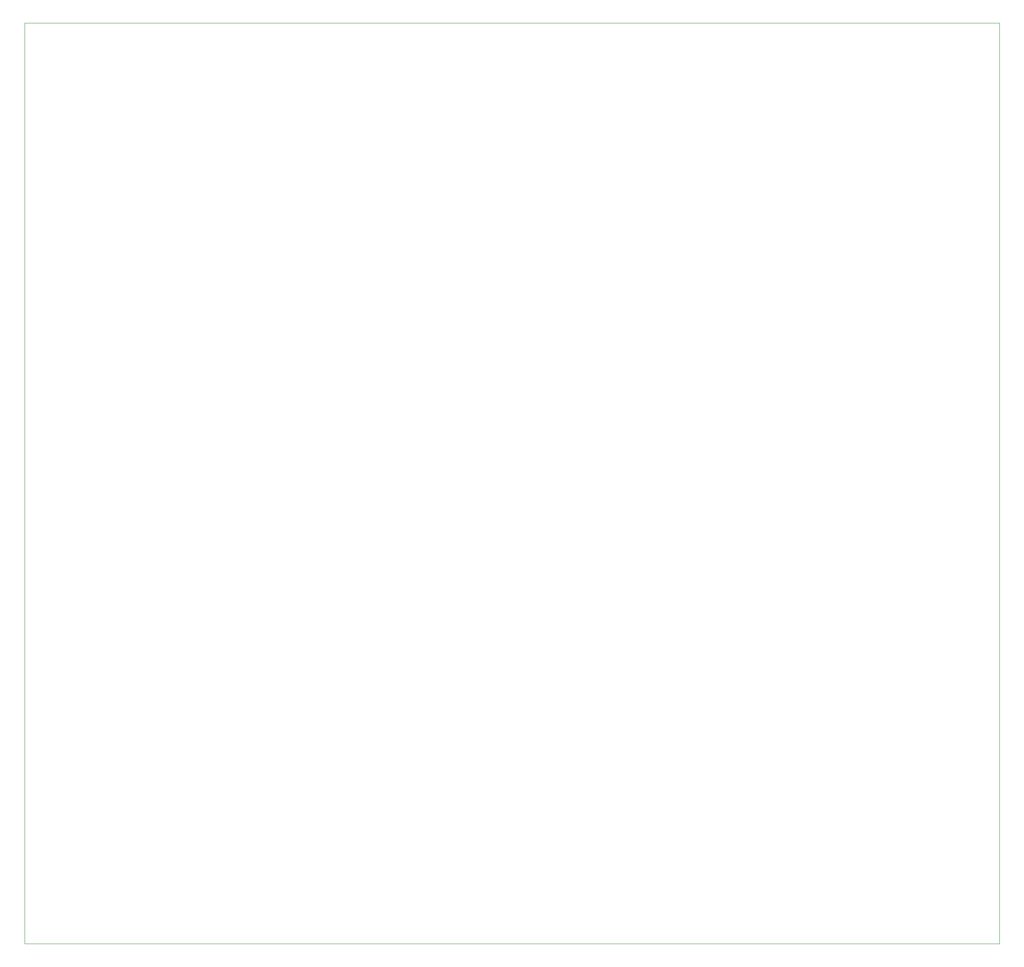
<source format=gbr>
%TF.GenerationSoftware,KiCad,Pcbnew,(6.0.2)*%
%TF.CreationDate,2023-04-19T16:32:00+03:00*%
%TF.ProjectId,Pond_circuit,506f6e64-5f63-4697-9263-7569742e6b69,rev?*%
%TF.SameCoordinates,Original*%
%TF.FileFunction,Profile,NP*%
%FSLAX46Y46*%
G04 Gerber Fmt 4.6, Leading zero omitted, Abs format (unit mm)*
G04 Created by KiCad (PCBNEW (6.0.2)) date 2023-04-19 16:32:00*
%MOMM*%
%LPD*%
G01*
G04 APERTURE LIST*
%TA.AperFunction,Profile*%
%ADD10C,0.100000*%
%TD*%
G04 APERTURE END LIST*
D10*
X89154000Y-13131800D02*
X287020000Y-13131800D01*
X287020000Y-13131800D02*
X287020000Y-200075800D01*
X287020000Y-200075800D02*
X89154000Y-200075800D01*
X89154000Y-200075800D02*
X89154000Y-13131800D01*
M02*

</source>
